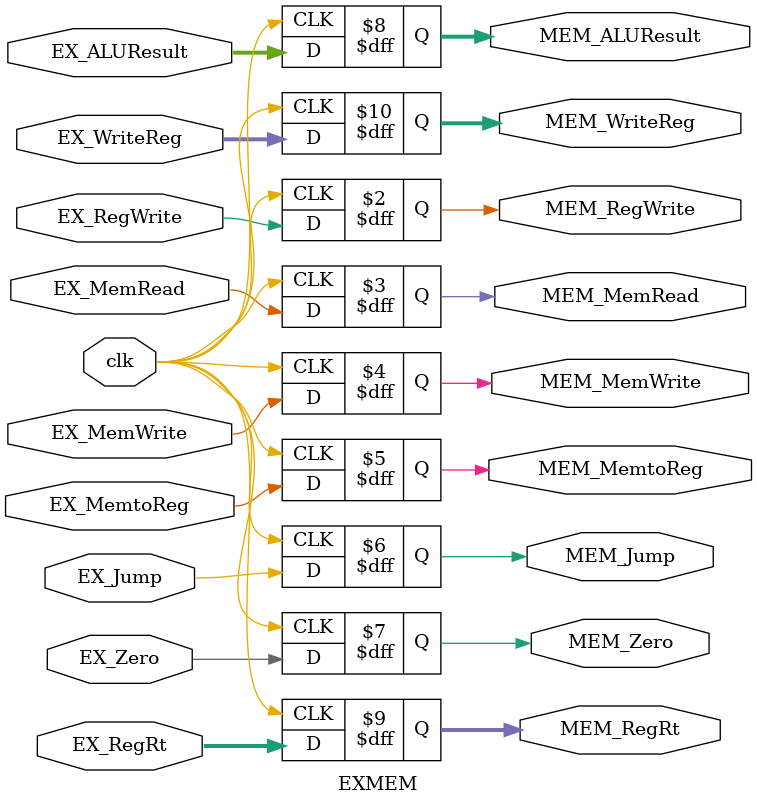
<source format=v>
`timescale 1ns / 1ps


module EXMEM(
EX_RegWrite,    EX_MemRead,EX_MemWrite,EX_MemtoReg,EX_Jump,EX_Zero,EX_ALUResult,
EX_RegRt,EX_WriteReg,MEM_RegWrite,MEM_MemRead,MEM_MemWrite,MEM_MemtoReg,MEM_Jump,
MEM_Zero,MEM_ALUResult,MEM_RegRt,    MEM_WriteReg,    clk
    );
    input   EX_RegWrite,  EX_MemRead, EX_MemWrite, EX_MemtoReg, EX_Jump, clk, EX_Zero;
    input [31:0]  EX_ALUResult, EX_RegRt ;
    input   [4:0]   EX_WriteReg;
    output reg MEM_RegWrite,  MEM_MemRead, MEM_MemWrite, MEM_MemtoReg, MEM_Jump, MEM_Zero;
    output reg [31:0]  MEM_ALUResult, MEM_RegRt;
    output reg [4:0] MEM_WriteReg;
    
    always @ (posedge clk) begin
        MEM_RegWrite <= EX_RegWrite;
        MEM_MemRead <= EX_MemRead;
        MEM_MemWrite <= EX_MemWrite;
        MEM_MemtoReg <= EX_MemtoReg;
        MEM_Jump <= EX_Jump;
        MEM_Zero <= EX_Zero;
        MEM_ALUResult <= EX_ALUResult;
        MEM_RegRt <= EX_RegRt;
        MEM_WriteReg <= EX_WriteReg;
    end
endmodule

</source>
